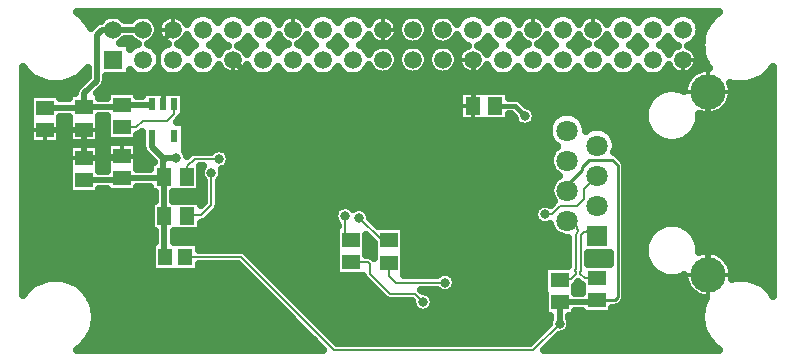
<source format=gbl>
G04 DipTrace 3.0.0.2*
G04 ethernethat.GBL*
%MOMM*%
G04 #@! TF.FileFunction,Copper,L2,Bot*
G04 #@! TF.Part,Single*
G04 #@! TA.AperFunction,Conductor*
%ADD10C,0.254*%
%ADD14C,0.508*%
%ADD15C,0.2032*%
%ADD16C,0.381*%
%ADD17C,0.1778*%
G04 #@! TA.AperFunction,CopperBalancing*
%ADD18C,0.635*%
%ADD19C,0.33*%
%ADD20R,1.5X1.3*%
%ADD21R,1.3X1.5*%
G04 #@! TA.AperFunction,ComponentPad*
%ADD22R,1.5X1.5*%
%ADD23C,1.5*%
%ADD24R,1.8X1.8*%
%ADD25C,1.8*%
%ADD26C,3.0*%
%ADD27R,1.2X1.45*%
%ADD30R,0.6X1.1*%
G04 #@! TA.AperFunction,ViaPad*
%ADD34C,0.8*%
%FSLAX35Y35*%
G04*
G71*
G90*
G75*
G01*
G04 Bottom*
%LPD*%
X294000Y1508000D2*
D14*
X600667D1*
X615333Y1522667D1*
X961333D1*
X968667Y1530000D1*
X862333Y1879333D2*
Y1787667D1*
X959000Y1691000D1*
Y1671877D1*
Y1539667D1*
X968667Y1530000D1*
Y1207667D1*
X971333Y1205000D1*
Y862000D1*
X978000Y855333D1*
X1072333Y1697333D2*
X984457D1*
X959000Y1671877D1*
X1369333Y1567667D2*
D15*
Y1295000D1*
X1283667Y1209333D1*
X1165667D1*
X1161333Y1205000D1*
X-39000Y1931000D2*
D14*
X290000D1*
X294333Y1935333D1*
Y1698333D1*
X294000Y1698000D1*
X600667D1*
X615333Y1712667D1*
X5574333Y707667D2*
Y2256667D1*
X957333Y2149333D2*
D16*
Y2404667D1*
X913667Y2448333D1*
Y2652667D1*
X1042333Y2781333D1*
X615333Y1712667D2*
X761333D1*
X3581000Y2133667D2*
Y2526000D1*
X3582333Y2527333D1*
X2386333Y637000D2*
D14*
X2145667D1*
X2592333Y145667D2*
Y431000D1*
X2386333Y637000D1*
X1825667Y1822333D2*
Y2252000D1*
X1550333Y2527333D1*
X2874667Y999000D2*
D17*
X2809667D1*
X2621000Y1187667D1*
X2501667Y1204000D2*
Y1053000D1*
X2553333Y1001333D1*
X1434667Y1685000D2*
D15*
X1227667D1*
X1166667Y1624000D1*
Y1530000D1*
X1158667D1*
X4317000Y290667D2*
D14*
Y473333D1*
X4317333Y473667D1*
X4616667D1*
X4633667Y490667D1*
X1148000Y855333D2*
D17*
X1620333D1*
X2407333Y68333D1*
X4094667D1*
X4317000Y290667D1*
X4380333Y1418697D2*
D10*
Y1465000D1*
X4505000Y1589667D1*
Y1620333D1*
X4563333Y1678667D1*
X4763667D1*
X4809000Y1633333D1*
Y515000D1*
X4782667Y488667D1*
X4635667D1*
X4633667Y490667D1*
X3771000Y2133667D2*
D16*
X3938333D1*
X4023333Y2048667D1*
X4193667Y1216333D2*
D15*
X4250000D1*
X4323667Y1290000D1*
X4462333D1*
X4523000Y1350667D1*
Y1434363D1*
X4634333Y1545697D1*
X2553333Y811333D2*
D17*
X2697000D1*
X2711333Y797000D1*
Y713333D1*
X2879333Y545333D1*
X3089000D1*
X3160000Y474333D1*
X2874667Y809000D2*
Y698667D1*
X2934333Y639000D1*
X3347333D1*
X609000Y1954000D2*
D15*
X732667D1*
X788333Y2009667D1*
X997333D1*
X1053667Y2066000D1*
Y2148000D1*
X1052333Y2149333D1*
X4380333Y1164697D2*
X4452810Y1128450D1*
X4470983Y1073923D1*
X4454293Y1040553D1*
Y756670D1*
X4450797Y753173D1*
X4453030Y711657D1*
X4414627Y668897D1*
X4317333Y663667D1*
X4634333Y1037667D2*
X4561857Y1073913D1*
X4507330Y1055743D1*
X4494933Y1030957D1*
Y739837D1*
X4492350Y737253D1*
X4493610Y713840D1*
X4536373Y675437D1*
X4633667Y680667D1*
X534333Y2781333D2*
D14*
X788333D1*
X-39000Y2121000D2*
X290000D1*
X294333Y2125333D1*
X590333D1*
X609000Y2144000D1*
X534333Y2781333D2*
X445000D1*
X398333Y2734667D1*
Y2349000D1*
X292667Y2243333D1*
Y2127000D1*
X294333Y2125333D1*
X609000Y2144000D2*
X857000D1*
X862333Y2149333D1*
D34*
X1072333Y1697333D3*
X1369333Y1567667D3*
X761333Y1712667D3*
X2386333Y637000D3*
X2145667D3*
X2592333Y145667D3*
X2386333Y637000D3*
X1825667Y1822333D3*
X2621000Y1187667D3*
X2501667Y1204000D3*
X1434667Y1685000D3*
X4317000Y290667D3*
D3*
X4023333Y2048667D3*
X4193667Y1216333D3*
X4023333Y2048667D3*
X3160000Y474333D3*
X3347333Y639000D3*
X308487Y2865083D2*
D18*
X432460D1*
X636280D2*
X686460D1*
X890280D2*
X940460D1*
X1144280D2*
X1174963D1*
X1925753D2*
X1956460D1*
X2160280D2*
X2190963D1*
X2687753D2*
X2718460D1*
X2922280D2*
X2972460D1*
X3176280D2*
X3226460D1*
X3430280D2*
X3460963D1*
X3957753D2*
X3988460D1*
X4192280D2*
X4222963D1*
X4465753D2*
X4496460D1*
X4700280D2*
X4730963D1*
X5481753D2*
X5591213D1*
X5507423Y2801917D2*
X5548673D1*
X5502463Y2738750D2*
X5523917D1*
X611103Y2675583D2*
X711513D1*
X865103D2*
X965513D1*
X1119103D2*
X1194833D1*
X1397907D2*
X1448833D1*
X1651907D2*
X1702833D1*
X1905907D2*
X1981513D1*
X2135103D2*
X2210833D1*
X2413907D2*
X2464833D1*
X2667907D2*
X2743513D1*
X2897103D2*
X2997513D1*
X3151103D2*
X3251513D1*
X3405103D2*
X3480833D1*
X3683907D2*
X3734833D1*
X3937907D2*
X4013513D1*
X4167103D2*
X4242833D1*
X4445907D2*
X4521513D1*
X4675103D2*
X4750833D1*
X4953907D2*
X5004833D1*
X5207907D2*
X5258833D1*
X5461907D2*
X5512583D1*
X1416760Y2612417D2*
X1449577D1*
X1651040D2*
X1683980D1*
X2686760D2*
X2719577D1*
X2921040D2*
X2973577D1*
X3175040D2*
X3227577D1*
X3429040D2*
X3481577D1*
X3683040D2*
X3715980D1*
X5226760D2*
X5259577D1*
X5461040D2*
X5513577D1*
X5491797Y2549250D2*
X5526970D1*
X5486837Y2486083D2*
X5554503D1*
X-221837Y2422917D2*
X-199720D1*
X891397D2*
X939310D1*
X1145397D2*
X1193310D1*
X1399397D2*
X1471530D1*
X1629087D2*
X1701343D1*
X1907397D2*
X1955310D1*
X2161397D2*
X2209310D1*
X2415397D2*
X2463310D1*
X2669397D2*
X2741530D1*
X2899087D2*
X2995530D1*
X3153087D2*
X3249530D1*
X3407087D2*
X3503530D1*
X3661087D2*
X3733343D1*
X3939397D2*
X3987310D1*
X4193397D2*
X4241310D1*
X4447397D2*
X4495310D1*
X4701397D2*
X4749310D1*
X4955397D2*
X5003310D1*
X5209397D2*
X5281530D1*
X6099263D2*
X6121947D1*
X-221837Y2359750D2*
X-119197D1*
X218570D2*
X293183D1*
X482120D2*
X5394143D1*
X6018897D2*
X6121910D1*
X-221837Y2296583D2*
X230053D1*
X461657D2*
X5369957D1*
X5778787D2*
X6121910D1*
X-221837Y2233417D2*
X-172463D1*
X94423D2*
X160973D1*
X427797D2*
X475620D1*
X742443D2*
X773833D1*
X1140807D2*
X3457640D1*
X3894377D2*
X5116207D1*
X5781393D2*
X6121910D1*
X-221837Y2170250D2*
X-172463D1*
X1140807D2*
X3457640D1*
X4008600D2*
X5062253D1*
X5763287D2*
X6121910D1*
X-221837Y2107083D2*
X-172463D1*
X1140807D2*
X3457640D1*
X4100873D2*
X5037077D1*
X5716527D2*
X6121910D1*
X-221837Y2043917D2*
X-172463D1*
X427797D2*
X475620D1*
X1140807D2*
X3457640D1*
X3894377D2*
X3921210D1*
X4121587D2*
X4269127D1*
X4491550D2*
X5031127D1*
X5507550D2*
X6121910D1*
X-221837Y1980750D2*
X-172463D1*
X94423D2*
X160973D1*
X427797D2*
X475620D1*
X1155940D2*
X3954850D1*
X4091820D2*
X4226337D1*
X4534337D2*
X5042660D1*
X5496013D2*
X6121910D1*
X-221837Y1917583D2*
X-172463D1*
X94423D2*
X160973D1*
X427797D2*
X475620D1*
X1155940D2*
X4216910D1*
X4744803D2*
X5075030D1*
X5463643D2*
X6121910D1*
X-221837Y1854417D2*
X-172463D1*
X94423D2*
X160973D1*
X427797D2*
X475620D1*
X742443D2*
X773833D1*
X1155940D2*
X4234273D1*
X4788090D2*
X5143987D1*
X5394687D2*
X6121910D1*
X-221837Y1791250D2*
X160600D1*
X427423D2*
X481947D1*
X748770D2*
X773873D1*
X1155940D2*
X4291200D1*
X4797763D2*
X6121910D1*
X-221837Y1728083D2*
X160600D1*
X427423D2*
X481947D1*
X748770D2*
X806020D1*
X1522427D2*
X4240350D1*
X4811777D2*
X6121910D1*
X-221837Y1664917D2*
X160600D1*
X427423D2*
X481947D1*
X748770D2*
X869270D1*
X1530860D2*
X4229560D1*
X4871803D2*
X6121910D1*
X-221837Y1601750D2*
X160600D1*
X427423D2*
X481947D1*
X748770D2*
X845210D1*
X1480383D2*
X4247917D1*
X4880113D2*
X6121910D1*
X-221837Y1538583D2*
X160600D1*
X1463020D2*
X4297773D1*
X4880113D2*
X6121910D1*
X-221837Y1475417D2*
X160600D1*
X1437843D2*
X4243700D1*
X4880113D2*
X6121910D1*
X-221837Y1412250D2*
X160600D1*
X427423D2*
X481947D1*
X748770D2*
X845210D1*
X1437843D2*
X4232043D1*
X4880113D2*
X6121910D1*
X-221837Y1349083D2*
X884897D1*
X1052503D2*
X1300747D1*
X1437843D2*
X4250150D1*
X4880113D2*
X6121910D1*
X-221837Y1285917D2*
X847940D1*
X1437223D2*
X2453297D1*
X2550087D2*
X4126993D1*
X4880113D2*
X6121910D1*
X-221837Y1222750D2*
X847940D1*
X1391333D2*
X2405177D1*
X2712433D2*
X4095493D1*
X4880113D2*
X6121910D1*
X-221837Y1159583D2*
X847940D1*
X1327340D2*
X2414727D1*
X2741577D2*
X4114840D1*
X4880113D2*
X6121910D1*
X-221837Y1096417D2*
X847940D1*
X1284800D2*
X2419937D1*
X3008103D2*
X4246553D1*
X4880113D2*
X5123893D1*
X5414780D2*
X6121910D1*
X-221837Y1033250D2*
X887503D1*
X1055107D2*
X2419937D1*
X3008103D2*
X4313650D1*
X4880113D2*
X5065977D1*
X5472697D2*
X6121910D1*
X-221837Y970083D2*
X859597D1*
X1266443D2*
X2419937D1*
X2686760D2*
X2741280D1*
X3008103D2*
X4383227D1*
X4880113D2*
X5038690D1*
X5499983D2*
X6121910D1*
X-221837Y906917D2*
X859597D1*
X1659100D2*
X2419937D1*
X2686760D2*
X2741280D1*
X3008103D2*
X4383227D1*
X4880113D2*
X5030877D1*
X5507797D2*
X5534273D1*
X5614333D2*
X6121910D1*
X-221837Y843750D2*
X859597D1*
X1724463D2*
X2419937D1*
X3008103D2*
X4383227D1*
X4565963D2*
X4737933D1*
X4880113D2*
X5040800D1*
X5730047D2*
X6121910D1*
X-221837Y780583D2*
X859597D1*
X1266443D2*
X1602620D1*
X1787590D2*
X2419937D1*
X3008103D2*
X4181317D1*
X4880113D2*
X5070813D1*
X5769113D2*
X6121910D1*
X-221837Y717417D2*
X1665750D1*
X1850717D2*
X2419937D1*
X3008103D2*
X3292690D1*
X3401880D2*
X4181317D1*
X4880113D2*
X5134437D1*
X5782510D2*
X6121910D1*
X-221837Y654250D2*
X-87447D1*
X186820D2*
X1728877D1*
X1913970D2*
X2677903D1*
X3444543D2*
X4181317D1*
X4880113D2*
X5373057D1*
X5986030D2*
X6121910D1*
X-221837Y591083D2*
X-184110D1*
X283310D2*
X1792130D1*
X1977097D2*
X2741033D1*
X3432263D2*
X4181317D1*
X4453350D2*
X4497700D1*
X4880113D2*
X5402947D1*
X6083017D2*
X6121910D1*
X335770Y527917D2*
X1855257D1*
X2040227D2*
X2804283D1*
X3241270D2*
X4183920D1*
X4880113D2*
X5475627D1*
X367273Y464750D2*
X1918383D1*
X2103477D2*
X3062130D1*
X3257887D2*
X4183920D1*
X4856673D2*
X5532180D1*
X383893Y401583D2*
X1981513D1*
X2166607D2*
X3097227D1*
X3222790D2*
X4183920D1*
X4767130D2*
X5515437D1*
X387987Y338417D2*
X2044763D1*
X2229733D2*
X4231917D1*
X4402127D2*
X5511343D1*
X379800Y275250D2*
X2107893D1*
X2292987D2*
X4209097D1*
X4414157D2*
X5519407D1*
X358593Y212083D2*
X2171020D1*
X2356113D2*
X4145847D1*
X4371370D2*
X5540613D1*
X321013Y148917D2*
X2234273D1*
X2419240D2*
X4082717D1*
X4267810D2*
X5578070D1*
X258503Y85750D2*
X2297400D1*
X4204560D2*
X5640453D1*
X594823Y2669623D2*
X676623D1*
Y2615427D1*
X687720Y2627947D1*
X704697Y2642450D1*
X723737Y2654113D1*
X743667Y2662403D1*
X721940Y2672990D1*
X705807Y2684710D1*
X691710Y2698807D1*
X687680Y2703920D1*
X635163Y2703863D1*
X624187Y2691480D1*
X609023Y2678530D1*
X594707Y2669617D1*
X676623Y2439313D2*
Y2385043D1*
X475830D1*
X475563Y2342923D1*
X472013Y2325060D1*
X464387Y2308523D1*
X453113Y2294220D1*
X452503Y2293657D1*
X401283Y2242390D1*
X421403Y2242403D1*
Y2202840D1*
X481980Y2202803D1*
X481930Y2261070D1*
X736070D1*
Y2221507D1*
X780277Y2221470D1*
X780263Y2256403D1*
X1134403D1*
Y2042263D1*
X1111160Y2042187D1*
X1104013Y2029423D1*
X1097670Y2021997D1*
X1077237Y2001563D1*
X1149623Y2001623D1*
Y1757043D1*
X1142307D1*
X1150837Y1745440D1*
X1157393Y1732567D1*
X1161860Y1718827D1*
X1163607Y1708903D1*
X1191090Y1735347D1*
X1203853Y1742493D1*
X1217933Y1746463D1*
X1227667Y1747230D1*
X1366697D1*
X1380550Y1759487D1*
X1392867Y1767033D1*
X1406217Y1772563D1*
X1420263Y1775937D1*
X1434667Y1777070D1*
X1449070Y1775937D1*
X1463117Y1772563D1*
X1476467Y1767033D1*
X1488783Y1759487D1*
X1499770Y1750103D1*
X1509153Y1739117D1*
X1516700Y1726800D1*
X1522230Y1713450D1*
X1525603Y1699403D1*
X1526737Y1685000D1*
X1525603Y1670597D1*
X1522230Y1656550D1*
X1516700Y1643200D1*
X1509153Y1630883D1*
X1499770Y1619897D1*
X1488783Y1610513D1*
X1476467Y1602967D1*
X1463117Y1597437D1*
X1457003Y1595710D1*
X1460270Y1582070D1*
X1461403Y1567667D1*
X1460270Y1553263D1*
X1456897Y1539217D1*
X1451367Y1525867D1*
X1443820Y1513550D1*
X1431513Y1499860D1*
X1431370Y1290117D1*
X1428517Y1275770D1*
X1422393Y1262483D1*
X1412707Y1250413D1*
X1324083Y1162013D1*
X1311920Y1153887D1*
X1298193Y1148823D1*
X1282810Y1147137D1*
X1278333Y1147103D1*
X1278403Y1077930D1*
X1048840D1*
X1048803Y979897D1*
X1260070Y979903D1*
Y916280D1*
X1629870Y915543D1*
X1643663Y911653D1*
X1656163Y904650D1*
X1663440Y898440D1*
X2432637Y129240D1*
X4069370Y129293D1*
X4225117Y284993D1*
X4226063Y305070D1*
X4229437Y319117D1*
X4234967Y332467D1*
X4239550Y340347D1*
X4239530Y356523D1*
X4190263Y356597D1*
Y543997D1*
X4187723Y544057D1*
Y783277D1*
X4389510D1*
X4389523Y1020360D1*
X4368987Y1020533D1*
X4346573Y1024083D1*
X4324993Y1031093D1*
X4304773Y1041397D1*
X4286417Y1054733D1*
X4270370Y1070780D1*
X4257033Y1089137D1*
X4246730Y1109357D1*
X4239720Y1130937D1*
X4238707Y1136027D1*
X4222117Y1128770D1*
X4208070Y1125397D1*
X4193667Y1124263D1*
X4179263Y1125397D1*
X4165217Y1128770D1*
X4151867Y1134300D1*
X4139550Y1141847D1*
X4128563Y1151230D1*
X4119180Y1162217D1*
X4111633Y1174533D1*
X4106103Y1187883D1*
X4102730Y1201930D1*
X4101597Y1216333D1*
X4102730Y1230737D1*
X4106103Y1244783D1*
X4111633Y1258133D1*
X4119180Y1270450D1*
X4128563Y1281437D1*
X4139550Y1290820D1*
X4151867Y1298367D1*
X4165217Y1303897D1*
X4179263Y1307270D1*
X4193667Y1308403D1*
X4208070Y1307270D1*
X4222117Y1303897D1*
X4235467Y1298367D1*
X4240960Y1295290D1*
X4272210Y1326550D1*
X4259200Y1344467D1*
X4249077Y1364330D1*
X4242190Y1385530D1*
X4238700Y1407550D1*
Y1429843D1*
X4242190Y1451863D1*
X4249077Y1473063D1*
X4259200Y1492927D1*
X4272303Y1510963D1*
X4288067Y1526727D1*
X4306103Y1539830D1*
X4313973Y1544240D1*
X4295333Y1555703D1*
X4278080Y1570443D1*
X4263340Y1587697D1*
X4251483Y1607047D1*
X4242800Y1628010D1*
X4237503Y1650073D1*
X4235723Y1672697D1*
X4237503Y1695320D1*
X4242800Y1717383D1*
X4251483Y1738347D1*
X4263340Y1757697D1*
X4278080Y1774950D1*
X4295333Y1789690D1*
X4298910Y1792080D1*
X4278180Y1807063D1*
X4260730Y1824513D1*
X4246220Y1844483D1*
X4235017Y1866473D1*
X4227390Y1889947D1*
X4223527Y1914327D1*
Y1939007D1*
X4227390Y1963387D1*
X4235017Y1986860D1*
X4246220Y2008850D1*
X4260730Y2028820D1*
X4278180Y2046270D1*
X4298150Y2060780D1*
X4320140Y2071983D1*
X4343613Y2079610D1*
X4367993Y2083473D1*
X4392673D1*
X4417053Y2079610D1*
X4440527Y2071983D1*
X4462517Y2060780D1*
X4482487Y2046270D1*
X4499937Y2028820D1*
X4514447Y2008850D1*
X4525650Y1986860D1*
X4533277Y1963387D1*
X4537140Y1939007D1*
X4537503Y1923630D1*
X4552150Y1933810D1*
X4574140Y1945013D1*
X4597613Y1952640D1*
X4621993Y1956503D1*
X4646673D1*
X4671053Y1952640D1*
X4694527Y1945013D1*
X4716517Y1933810D1*
X4736487Y1919300D1*
X4753937Y1901850D1*
X4768447Y1881880D1*
X4779650Y1859890D1*
X4787277Y1836417D1*
X4791140Y1812037D1*
Y1787357D1*
X4787277Y1762977D1*
X4780300Y1741270D1*
X4793073Y1736377D1*
X4805730Y1727917D1*
X4858250Y1675397D1*
X4866710Y1662740D1*
X4871980Y1648453D1*
X4873737Y1632480D1*
X4873570Y509917D1*
X4870600Y494983D1*
X4864227Y481157D1*
X4854173Y468620D1*
X4820737Y436267D1*
X4807453Y428827D1*
X4792800Y424693D1*
X4782667Y423897D1*
X4760713D1*
X4760737Y373597D1*
X4506597D1*
Y396293D1*
X4444397Y396197D1*
X4444403Y356597D1*
X4394423D1*
X4394470Y340503D1*
X4402060Y325900D1*
X4406527Y312160D1*
X4408787Y297890D1*
Y283443D1*
X4406527Y269173D1*
X4402060Y255433D1*
X4395503Y242560D1*
X4387010Y230873D1*
X4376793Y220657D1*
X4365107Y212163D1*
X4352233Y205607D1*
X4338493Y201140D1*
X4324223Y198880D1*
X4311327Y198820D1*
X4184270Y71727D1*
X5666397Y71750D1*
X5633997Y96150D1*
X5614847Y113847D1*
X5597150Y132997D1*
X5581007Y153473D1*
X5566520Y175153D1*
X5553777Y197903D1*
X5542863Y221583D1*
X5533837Y246047D1*
X5526760Y271143D1*
X5521673Y296717D1*
X5518607Y322613D1*
X5517583Y348667D1*
X5518607Y374720D1*
X5521673Y400617D1*
X5526760Y426190D1*
X5533837Y451287D1*
X5542863Y475750D1*
X5557610Y506273D1*
X5530153Y510487D1*
X5505783Y517580D1*
X5482493Y527673D1*
X5460650Y540607D1*
X5440603Y556177D1*
X5422667Y574140D1*
X5407123Y594207D1*
X5394220Y616063D1*
X5384157Y639367D1*
X5377093Y663750D1*
X5373143Y688823D1*
X5372340Y702710D1*
X5341050Y689943D1*
X5305640Y681440D1*
X5269333Y678583D1*
X5233027Y681440D1*
X5197617Y689943D1*
X5163970Y703880D1*
X5132917Y722907D1*
X5105227Y746560D1*
X5081573Y774250D1*
X5062547Y805303D1*
X5048610Y838950D1*
X5040107Y874360D1*
X5037250Y910667D1*
X5040107Y946973D1*
X5048610Y982383D1*
X5062547Y1016030D1*
X5081573Y1047083D1*
X5105227Y1074773D1*
X5132917Y1098427D1*
X5163970Y1117453D1*
X5197617Y1131390D1*
X5233027Y1139893D1*
X5269333Y1142750D1*
X5305640Y1139893D1*
X5341050Y1131390D1*
X5374697Y1117453D1*
X5405750Y1098427D1*
X5433440Y1074773D1*
X5457093Y1047083D1*
X5476120Y1016030D1*
X5490057Y982383D1*
X5498560Y946973D1*
X5501417Y910667D1*
X5500837Y895943D1*
X5524327Y903450D1*
X5549267Y908177D1*
X5574600Y909737D1*
X5599933Y908110D1*
X5624860Y903317D1*
X5648990Y895440D1*
X5671940Y884600D1*
X5693353Y870967D1*
X5712887Y854757D1*
X5730233Y836227D1*
X5745120Y815667D1*
X5757313Y793403D1*
X5766617Y769787D1*
X5772890Y745190D1*
X5776027Y720003D1*
X5776003Y694977D1*
X5773177Y671820D1*
X5797717Y676660D1*
X5823613Y679727D1*
X5849667Y680750D1*
X5875720Y679727D1*
X5901617Y676660D1*
X5927190Y671573D1*
X5952287Y664497D1*
X5976750Y655470D1*
X6000430Y644557D1*
X6023180Y631813D1*
X6044860Y617327D1*
X6065337Y601183D1*
X6084487Y583487D1*
X6102183Y564337D1*
X6118327Y543860D1*
X6128230Y529040D1*
X6128250Y2468193D1*
X6102517Y2433663D1*
X6084820Y2414513D1*
X6065670Y2396817D1*
X6045193Y2380673D1*
X6023513Y2366187D1*
X6000763Y2353443D1*
X5977083Y2342530D1*
X5952620Y2333503D1*
X5927523Y2326427D1*
X5901950Y2321340D1*
X5876053Y2318273D1*
X5850000Y2317250D1*
X5823947Y2318273D1*
X5798050Y2321340D1*
X5762967Y2329107D1*
X5770140Y2306587D1*
X5774853Y2281647D1*
X5776403Y2256667D1*
X5774810Y2231333D1*
X5770050Y2206400D1*
X5762207Y2182260D1*
X5751393Y2159293D1*
X5737790Y2137863D1*
X5721607Y2118310D1*
X5703100Y2100937D1*
X5682560Y2086023D1*
X5660313Y2073800D1*
X5636710Y2064463D1*
X5612120Y2058160D1*
X5586937Y2054990D1*
X5561553Y2055000D1*
X5536370Y2058193D1*
X5511790Y2064520D1*
X5500933Y2068413D1*
X5500700Y2035457D1*
X5495003Y1999487D1*
X5483750Y1964853D1*
X5467217Y1932403D1*
X5445810Y1902940D1*
X5420060Y1877190D1*
X5390597Y1855783D1*
X5358147Y1839250D1*
X5323513Y1827997D1*
X5287543Y1822300D1*
X5251123D1*
X5215153Y1827997D1*
X5180520Y1839250D1*
X5148070Y1855783D1*
X5118607Y1877190D1*
X5092857Y1902940D1*
X5071450Y1932403D1*
X5054917Y1964853D1*
X5043663Y1999487D1*
X5037967Y2035457D1*
Y2071877D1*
X5043663Y2107847D1*
X5054917Y2142480D1*
X5071450Y2174930D1*
X5092857Y2204393D1*
X5118607Y2230143D1*
X5148070Y2251550D1*
X5180520Y2268083D1*
X5215153Y2279337D1*
X5251123Y2285033D1*
X5287543D1*
X5323513Y2279337D1*
X5358147Y2268083D1*
X5372307Y2261557D1*
X5374780Y2288463D1*
X5380340Y2313230D1*
X5388963Y2337103D1*
X5400510Y2359707D1*
X5414800Y2380687D1*
X5431607Y2399710D1*
X5450667Y2416473D1*
X5471677Y2430717D1*
X5494307Y2442213D1*
X5518200Y2450783D1*
X5542977Y2456290D1*
X5568253Y2458647D1*
X5578097Y2458677D1*
X5566853Y2475820D1*
X5554110Y2498570D1*
X5543197Y2522250D1*
X5534170Y2546713D1*
X5527093Y2571810D1*
X5522007Y2597383D1*
X5518940Y2623280D1*
X5517917Y2649333D1*
X5518940Y2675387D1*
X5522007Y2701283D1*
X5527093Y2726857D1*
X5534170Y2751953D1*
X5543197Y2776417D1*
X5554110Y2800097D1*
X5566853Y2822847D1*
X5581340Y2844527D1*
X5597483Y2865003D1*
X5615180Y2884153D1*
X5634330Y2901850D1*
X5654807Y2917993D1*
X5670137Y2928237D1*
X229883Y2928250D1*
X265337Y2901850D1*
X284487Y2884153D1*
X302183Y2865003D1*
X318327Y2844527D1*
X332813Y2822847D1*
X348327Y2794083D1*
X394687Y2840243D1*
X409830Y2850360D1*
X426913Y2856663D1*
X432903Y2857853D1*
X444480Y2871187D1*
X459643Y2884137D1*
X476643Y2894553D1*
X495067Y2902183D1*
X514457Y2906840D1*
X534333Y2908403D1*
X554210Y2906840D1*
X573600Y2902183D1*
X592023Y2894553D1*
X609023Y2884137D1*
X624187Y2871187D1*
X634987Y2858747D1*
X687503Y2858803D1*
X698480Y2871187D1*
X713643Y2884137D1*
X730643Y2894553D1*
X749067Y2902183D1*
X768457Y2906840D1*
X788333Y2908403D1*
X808210Y2906840D1*
X827600Y2902183D1*
X846023Y2894553D1*
X863023Y2884137D1*
X878187Y2871187D1*
X891137Y2856023D1*
X901553Y2839023D1*
X909183Y2820600D1*
X913840Y2801210D1*
X915293Y2784100D1*
X916817Y2801150D1*
X921187Y2819673D1*
X928270Y2837337D1*
X937917Y2853747D1*
X949900Y2868530D1*
X963960Y2881357D1*
X979780Y2891940D1*
X997000Y2900043D1*
X1015240Y2905480D1*
X1034087Y2908137D1*
X1053117Y2907943D1*
X1071907Y2904913D1*
X1090033Y2899110D1*
X1107087Y2890667D1*
X1122690Y2879767D1*
X1136493Y2866663D1*
X1148180Y2851640D1*
X1157493Y2835043D1*
X1161253Y2826000D1*
X1169553Y2845930D1*
X1181217Y2864970D1*
X1195720Y2881947D1*
X1212697Y2896450D1*
X1231737Y2908113D1*
X1252363Y2916660D1*
X1274073Y2921870D1*
X1296333Y2923623D1*
X1318593Y2921870D1*
X1340303Y2916660D1*
X1360930Y2908113D1*
X1379970Y2896450D1*
X1396947Y2881947D1*
X1411450Y2864970D1*
X1423317Y2845497D1*
X1435217Y2864970D1*
X1449720Y2881947D1*
X1466697Y2896450D1*
X1485737Y2908113D1*
X1506363Y2916660D1*
X1528073Y2921870D1*
X1550333Y2923623D1*
X1572593Y2921870D1*
X1594303Y2916660D1*
X1614930Y2908113D1*
X1633970Y2896450D1*
X1650947Y2881947D1*
X1665450Y2864970D1*
X1677317Y2845497D1*
X1689217Y2864970D1*
X1703720Y2881947D1*
X1720697Y2896450D1*
X1739737Y2908113D1*
X1760363Y2916660D1*
X1782073Y2921870D1*
X1804333Y2923623D1*
X1826593Y2921870D1*
X1848303Y2916660D1*
X1868930Y2908113D1*
X1887970Y2896450D1*
X1904947Y2881947D1*
X1919450Y2864970D1*
X1931113Y2845930D1*
X1939403Y2826000D1*
X1947210Y2842967D1*
X1957663Y2858870D1*
X1970373Y2873037D1*
X1985057Y2885147D1*
X2001383Y2894927D1*
X2018987Y2902160D1*
X2037473Y2906680D1*
X2056430Y2908390D1*
X2075427Y2907247D1*
X2094043Y2903283D1*
X2111857Y2896580D1*
X2128470Y2887293D1*
X2143507Y2875630D1*
X2156637Y2861853D1*
X2167560Y2846267D1*
X2177253Y2826000D1*
X2185553Y2845930D1*
X2197217Y2864970D1*
X2211720Y2881947D1*
X2228697Y2896450D1*
X2247737Y2908113D1*
X2268363Y2916660D1*
X2290073Y2921870D1*
X2312333Y2923623D1*
X2334593Y2921870D1*
X2356303Y2916660D1*
X2376930Y2908113D1*
X2395970Y2896450D1*
X2412947Y2881947D1*
X2427450Y2864970D1*
X2439317Y2845497D1*
X2451217Y2864970D1*
X2465720Y2881947D1*
X2482697Y2896450D1*
X2501737Y2908113D1*
X2522363Y2916660D1*
X2544073Y2921870D1*
X2566333Y2923623D1*
X2588593Y2921870D1*
X2610303Y2916660D1*
X2630930Y2908113D1*
X2649970Y2896450D1*
X2666947Y2881947D1*
X2681450Y2864970D1*
X2693113Y2845930D1*
X2701403Y2826000D1*
X2709210Y2842967D1*
X2719663Y2858870D1*
X2732373Y2873037D1*
X2747057Y2885147D1*
X2763383Y2894927D1*
X2780987Y2902160D1*
X2799473Y2906680D1*
X2818430Y2908390D1*
X2837427Y2907247D1*
X2856043Y2903283D1*
X2873857Y2896580D1*
X2890470Y2887293D1*
X2905507Y2875630D1*
X2918637Y2861853D1*
X2929560Y2846267D1*
X2938033Y2829223D1*
X2943867Y2811107D1*
X2946927Y2792323D1*
X2947330Y2785387D1*
X2948827Y2801210D1*
X2953483Y2820600D1*
X2961113Y2839023D1*
X2971530Y2856023D1*
X2984480Y2871187D1*
X2999643Y2884137D1*
X3016643Y2894553D1*
X3035067Y2902183D1*
X3054457Y2906840D1*
X3074333Y2908403D1*
X3094210Y2906840D1*
X3113600Y2902183D1*
X3132023Y2894553D1*
X3149023Y2884137D1*
X3164187Y2871187D1*
X3177137Y2856023D1*
X3187553Y2839023D1*
X3195183Y2820600D1*
X3199840Y2801210D1*
X3201293Y2784100D1*
X3202827Y2801210D1*
X3207483Y2820600D1*
X3215113Y2839023D1*
X3225530Y2856023D1*
X3238480Y2871187D1*
X3253643Y2884137D1*
X3270643Y2894553D1*
X3289067Y2902183D1*
X3308457Y2906840D1*
X3328333Y2908403D1*
X3348210Y2906840D1*
X3367600Y2902183D1*
X3386023Y2894553D1*
X3403023Y2884137D1*
X3418187Y2871187D1*
X3431137Y2856023D1*
X3441553Y2839023D1*
X3447227Y2825903D1*
X3455553Y2845930D1*
X3467217Y2864970D1*
X3481720Y2881947D1*
X3498697Y2896450D1*
X3517737Y2908113D1*
X3538363Y2916660D1*
X3560073Y2921870D1*
X3582333Y2923623D1*
X3604593Y2921870D1*
X3626303Y2916660D1*
X3646930Y2908113D1*
X3665970Y2896450D1*
X3682947Y2881947D1*
X3697450Y2864970D1*
X3709317Y2845497D1*
X3721217Y2864970D1*
X3735720Y2881947D1*
X3752697Y2896450D1*
X3771737Y2908113D1*
X3792363Y2916660D1*
X3814073Y2921870D1*
X3836333Y2923623D1*
X3858593Y2921870D1*
X3880303Y2916660D1*
X3900930Y2908113D1*
X3919970Y2896450D1*
X3936947Y2881947D1*
X3951450Y2864970D1*
X3963113Y2845930D1*
X3971403Y2826000D1*
X3979210Y2842967D1*
X3989663Y2858870D1*
X4002373Y2873037D1*
X4017057Y2885147D1*
X4033383Y2894927D1*
X4050987Y2902160D1*
X4069473Y2906680D1*
X4088430Y2908390D1*
X4107427Y2907247D1*
X4126043Y2903283D1*
X4143857Y2896580D1*
X4160470Y2887293D1*
X4175507Y2875630D1*
X4188637Y2861853D1*
X4199560Y2846267D1*
X4209253Y2826000D1*
X4217553Y2845930D1*
X4229217Y2864970D1*
X4243720Y2881947D1*
X4260697Y2896450D1*
X4279737Y2908113D1*
X4300363Y2916660D1*
X4322073Y2921870D1*
X4344333Y2923623D1*
X4366593Y2921870D1*
X4388303Y2916660D1*
X4408930Y2908113D1*
X4427970Y2896450D1*
X4444947Y2881947D1*
X4459450Y2864970D1*
X4471113Y2845930D1*
X4479403Y2826000D1*
X4487210Y2842967D1*
X4497663Y2858870D1*
X4510373Y2873037D1*
X4525057Y2885147D1*
X4541383Y2894927D1*
X4558987Y2902160D1*
X4577473Y2906680D1*
X4596430Y2908390D1*
X4615427Y2907247D1*
X4634043Y2903283D1*
X4651857Y2896580D1*
X4668470Y2887293D1*
X4683507Y2875630D1*
X4696637Y2861853D1*
X4707560Y2846267D1*
X4717253Y2826000D1*
X4725553Y2845930D1*
X4737217Y2864970D1*
X4751720Y2881947D1*
X4768697Y2896450D1*
X4787737Y2908113D1*
X4808363Y2916660D1*
X4830073Y2921870D1*
X4852333Y2923623D1*
X4874593Y2921870D1*
X4896303Y2916660D1*
X4916930Y2908113D1*
X4935970Y2896450D1*
X4952947Y2881947D1*
X4967450Y2864970D1*
X4979317Y2845497D1*
X4991217Y2864970D1*
X5005720Y2881947D1*
X5022697Y2896450D1*
X5041737Y2908113D1*
X5062363Y2916660D1*
X5084073Y2921870D1*
X5106333Y2923623D1*
X5128593Y2921870D1*
X5150303Y2916660D1*
X5170930Y2908113D1*
X5189970Y2896450D1*
X5206947Y2881947D1*
X5221450Y2864970D1*
X5233317Y2845497D1*
X5245217Y2864970D1*
X5259720Y2881947D1*
X5276697Y2896450D1*
X5295737Y2908113D1*
X5316363Y2916660D1*
X5338073Y2921870D1*
X5360333Y2923623D1*
X5382593Y2921870D1*
X5404303Y2916660D1*
X5424930Y2908113D1*
X5443970Y2896450D1*
X5460947Y2881947D1*
X5475450Y2864970D1*
X5487113Y2845930D1*
X5495660Y2825303D1*
X5500870Y2803593D1*
X5502623Y2781333D1*
X5500870Y2759073D1*
X5495660Y2737363D1*
X5487113Y2716737D1*
X5475450Y2697697D1*
X5460947Y2680720D1*
X5443970Y2666217D1*
X5424930Y2654553D1*
X5405000Y2646263D1*
X5425087Y2636667D1*
X5440690Y2625767D1*
X5454493Y2612663D1*
X5466180Y2597640D1*
X5475493Y2581043D1*
X5482223Y2563243D1*
X5486220Y2544633D1*
X5487403Y2527333D1*
X5485977Y2508353D1*
X5481733Y2489800D1*
X5474767Y2472090D1*
X5465233Y2455620D1*
X5453343Y2440757D1*
X5439370Y2427837D1*
X5423623Y2417147D1*
X5406457Y2408930D1*
X5388253Y2403370D1*
X5369427Y2400590D1*
X5350393Y2400653D1*
X5331587Y2403557D1*
X5313420Y2409240D1*
X5296310Y2417570D1*
X5280633Y2428363D1*
X5266747Y2441380D1*
X5254957Y2456320D1*
X5245533Y2472857D1*
X5241430Y2482613D1*
X5233113Y2462737D1*
X5221450Y2443697D1*
X5206947Y2426720D1*
X5189970Y2412217D1*
X5170930Y2400553D1*
X5150303Y2392007D1*
X5128593Y2386797D1*
X5106333Y2385043D1*
X5084073Y2386797D1*
X5062363Y2392007D1*
X5041737Y2400553D1*
X5022697Y2412217D1*
X5005720Y2426720D1*
X4991217Y2443697D1*
X4979350Y2463170D1*
X4967450Y2443697D1*
X4952947Y2426720D1*
X4935970Y2412217D1*
X4916930Y2400553D1*
X4896303Y2392007D1*
X4874593Y2386797D1*
X4852333Y2385043D1*
X4830073Y2386797D1*
X4808363Y2392007D1*
X4787737Y2400553D1*
X4768697Y2412217D1*
X4751720Y2426720D1*
X4737217Y2443697D1*
X4725350Y2463170D1*
X4713450Y2443697D1*
X4698947Y2426720D1*
X4681970Y2412217D1*
X4662930Y2400553D1*
X4642303Y2392007D1*
X4620593Y2386797D1*
X4598333Y2385043D1*
X4576073Y2386797D1*
X4554363Y2392007D1*
X4533737Y2400553D1*
X4514697Y2412217D1*
X4497720Y2426720D1*
X4483217Y2443697D1*
X4471350Y2463170D1*
X4459450Y2443697D1*
X4444947Y2426720D1*
X4427970Y2412217D1*
X4408930Y2400553D1*
X4388303Y2392007D1*
X4366593Y2386797D1*
X4344333Y2385043D1*
X4322073Y2386797D1*
X4300363Y2392007D1*
X4279737Y2400553D1*
X4260697Y2412217D1*
X4243720Y2426720D1*
X4229217Y2443697D1*
X4217350Y2463170D1*
X4205450Y2443697D1*
X4190947Y2426720D1*
X4173970Y2412217D1*
X4154930Y2400553D1*
X4134303Y2392007D1*
X4112593Y2386797D1*
X4090333Y2385043D1*
X4068073Y2386797D1*
X4046363Y2392007D1*
X4025737Y2400553D1*
X4006697Y2412217D1*
X3989720Y2426720D1*
X3975217Y2443697D1*
X3963350Y2463170D1*
X3951450Y2443697D1*
X3936947Y2426720D1*
X3919970Y2412217D1*
X3900930Y2400553D1*
X3880303Y2392007D1*
X3858593Y2386797D1*
X3836333Y2385043D1*
X3814073Y2386797D1*
X3792363Y2392007D1*
X3771737Y2400553D1*
X3752697Y2412217D1*
X3735720Y2426720D1*
X3721217Y2443697D1*
X3709553Y2462737D1*
X3701263Y2482667D1*
X3693863Y2466443D1*
X3683520Y2450470D1*
X3670903Y2436217D1*
X3656303Y2424010D1*
X3640040Y2414123D1*
X3622483Y2406773D1*
X3604027Y2402130D1*
X3585083Y2400293D1*
X3566080Y2401307D1*
X3547440Y2405150D1*
X3529580Y2411730D1*
X3512907Y2420907D1*
X3497790Y2432470D1*
X3484570Y2446160D1*
X3473543Y2461673D1*
X3464957Y2478657D1*
X3459003Y2496733D1*
X3455817Y2515497D1*
X3455350Y2523643D1*
X3453840Y2507457D1*
X3449183Y2488067D1*
X3441553Y2469643D1*
X3431137Y2452643D1*
X3418187Y2437480D1*
X3403023Y2424530D1*
X3386023Y2414113D1*
X3367600Y2406483D1*
X3348210Y2401827D1*
X3328333Y2400263D1*
X3308457Y2401827D1*
X3289067Y2406483D1*
X3270643Y2414113D1*
X3253643Y2424530D1*
X3238480Y2437480D1*
X3225530Y2452643D1*
X3215113Y2469643D1*
X3207483Y2488067D1*
X3202827Y2507457D1*
X3201373Y2524567D1*
X3199840Y2507457D1*
X3195183Y2488067D1*
X3187553Y2469643D1*
X3177137Y2452643D1*
X3164187Y2437480D1*
X3149023Y2424530D1*
X3132023Y2414113D1*
X3113600Y2406483D1*
X3094210Y2401827D1*
X3074333Y2400263D1*
X3054457Y2401827D1*
X3035067Y2406483D1*
X3016643Y2414113D1*
X2999643Y2424530D1*
X2984480Y2437480D1*
X2971530Y2452643D1*
X2961113Y2469643D1*
X2953483Y2488067D1*
X2948827Y2507457D1*
X2947373Y2524567D1*
X2945840Y2507457D1*
X2941183Y2488067D1*
X2933553Y2469643D1*
X2923137Y2452643D1*
X2910187Y2437480D1*
X2895023Y2424530D1*
X2878023Y2414113D1*
X2859600Y2406483D1*
X2840210Y2401827D1*
X2820333Y2400263D1*
X2800457Y2401827D1*
X2781067Y2406483D1*
X2762643Y2414113D1*
X2745643Y2424530D1*
X2730480Y2437480D1*
X2717530Y2452643D1*
X2707113Y2469643D1*
X2701440Y2482763D1*
X2693113Y2462737D1*
X2681450Y2443697D1*
X2666947Y2426720D1*
X2649970Y2412217D1*
X2630930Y2400553D1*
X2610303Y2392007D1*
X2588593Y2386797D1*
X2566333Y2385043D1*
X2544073Y2386797D1*
X2522363Y2392007D1*
X2501737Y2400553D1*
X2482697Y2412217D1*
X2465720Y2426720D1*
X2451217Y2443697D1*
X2439350Y2463170D1*
X2427450Y2443697D1*
X2412947Y2426720D1*
X2395970Y2412217D1*
X2376930Y2400553D1*
X2356303Y2392007D1*
X2334593Y2386797D1*
X2312333Y2385043D1*
X2290073Y2386797D1*
X2268363Y2392007D1*
X2247737Y2400553D1*
X2228697Y2412217D1*
X2211720Y2426720D1*
X2197217Y2443697D1*
X2185350Y2463170D1*
X2173450Y2443697D1*
X2158947Y2426720D1*
X2141970Y2412217D1*
X2122930Y2400553D1*
X2102303Y2392007D1*
X2080593Y2386797D1*
X2058333Y2385043D1*
X2036073Y2386797D1*
X2014363Y2392007D1*
X1993737Y2400553D1*
X1974697Y2412217D1*
X1957720Y2426720D1*
X1943217Y2443697D1*
X1931350Y2463170D1*
X1919450Y2443697D1*
X1904947Y2426720D1*
X1887970Y2412217D1*
X1868930Y2400553D1*
X1848303Y2392007D1*
X1826593Y2386797D1*
X1804333Y2385043D1*
X1782073Y2386797D1*
X1760363Y2392007D1*
X1739737Y2400553D1*
X1720697Y2412217D1*
X1703720Y2426720D1*
X1689217Y2443697D1*
X1677553Y2462737D1*
X1669263Y2482667D1*
X1661863Y2466443D1*
X1651520Y2450470D1*
X1638903Y2436217D1*
X1624303Y2424010D1*
X1608040Y2414123D1*
X1590483Y2406773D1*
X1572027Y2402130D1*
X1553083Y2400293D1*
X1534080Y2401307D1*
X1515440Y2405150D1*
X1497580Y2411730D1*
X1480907Y2420907D1*
X1465790Y2432470D1*
X1452570Y2446160D1*
X1441543Y2461673D1*
X1432957Y2478657D1*
X1431430Y2482613D1*
X1423113Y2462737D1*
X1411450Y2443697D1*
X1396947Y2426720D1*
X1379970Y2412217D1*
X1360930Y2400553D1*
X1340303Y2392007D1*
X1318593Y2386797D1*
X1296333Y2385043D1*
X1274073Y2386797D1*
X1252363Y2392007D1*
X1231737Y2400553D1*
X1212697Y2412217D1*
X1195720Y2426720D1*
X1181217Y2443697D1*
X1169350Y2463170D1*
X1157450Y2443697D1*
X1142947Y2426720D1*
X1125970Y2412217D1*
X1106930Y2400553D1*
X1086303Y2392007D1*
X1064593Y2386797D1*
X1042333Y2385043D1*
X1020073Y2386797D1*
X998363Y2392007D1*
X977737Y2400553D1*
X958697Y2412217D1*
X941720Y2426720D1*
X927217Y2443697D1*
X915350Y2463170D1*
X903450Y2443697D1*
X888947Y2426720D1*
X871970Y2412217D1*
X852930Y2400553D1*
X832303Y2392007D1*
X810593Y2386797D1*
X788333Y2385043D1*
X766073Y2386797D1*
X744363Y2392007D1*
X723737Y2400553D1*
X704697Y2412217D1*
X687720Y2426720D1*
X676650Y2439343D1*
X833000Y2662403D2*
X852930Y2654113D1*
X871970Y2642450D1*
X888947Y2627947D1*
X903450Y2610970D1*
X915317Y2591497D1*
X927217Y2610970D1*
X941720Y2627947D1*
X958697Y2642450D1*
X977737Y2654113D1*
X997667Y2662403D1*
X978310Y2671570D1*
X962633Y2682363D1*
X948747Y2695380D1*
X936957Y2710320D1*
X927533Y2726857D1*
X920683Y2744613D1*
X916563Y2763193D1*
X915350Y2777643D1*
X913840Y2761457D1*
X909183Y2742067D1*
X901553Y2723643D1*
X891137Y2706643D1*
X878187Y2691480D1*
X863023Y2678530D1*
X846023Y2668113D1*
X832903Y2662440D1*
X1087000Y2662403D2*
X1106930Y2654113D1*
X1125970Y2642450D1*
X1142947Y2627947D1*
X1157450Y2610970D1*
X1169317Y2591497D1*
X1181217Y2610970D1*
X1195720Y2627947D1*
X1212697Y2642450D1*
X1232170Y2654317D1*
X1212697Y2666217D1*
X1195720Y2680720D1*
X1181217Y2697697D1*
X1169553Y2716737D1*
X1161263Y2736667D1*
X1153863Y2720443D1*
X1143520Y2704470D1*
X1130903Y2690217D1*
X1116303Y2678010D1*
X1100040Y2668123D1*
X1087033Y2662417D1*
X1360497Y2654317D2*
X1379970Y2642450D1*
X1396947Y2627947D1*
X1411450Y2610970D1*
X1423113Y2591930D1*
X1431403Y2572000D1*
X1439210Y2588967D1*
X1449663Y2604870D1*
X1462373Y2619037D1*
X1477057Y2631147D1*
X1493383Y2640927D1*
X1505587Y2646250D1*
X1485737Y2654553D1*
X1466697Y2666217D1*
X1449720Y2680720D1*
X1435217Y2697697D1*
X1423350Y2717170D1*
X1411450Y2697697D1*
X1396947Y2680720D1*
X1379970Y2666217D1*
X1360497Y2654350D1*
X1595037Y2646237D2*
X1615087Y2636667D1*
X1630690Y2625767D1*
X1644493Y2612663D1*
X1656180Y2597640D1*
X1665493Y2581043D1*
X1669253Y2572000D1*
X1677553Y2591930D1*
X1689217Y2610970D1*
X1703720Y2627947D1*
X1720697Y2642450D1*
X1740170Y2654317D1*
X1720697Y2666217D1*
X1703720Y2680720D1*
X1689217Y2697697D1*
X1677350Y2717170D1*
X1665450Y2697697D1*
X1650947Y2680720D1*
X1633970Y2666217D1*
X1614930Y2654553D1*
X1595000Y2646263D1*
X1868497Y2654317D2*
X1887970Y2642450D1*
X1904947Y2627947D1*
X1919450Y2610970D1*
X1931317Y2591497D1*
X1943217Y2610970D1*
X1957720Y2627947D1*
X1974697Y2642450D1*
X1993737Y2654113D1*
X2013667Y2662403D1*
X1994310Y2671570D1*
X1978633Y2682363D1*
X1964747Y2695380D1*
X1952957Y2710320D1*
X1943533Y2726857D1*
X1939430Y2736613D1*
X1931113Y2716737D1*
X1919450Y2697697D1*
X1904947Y2680720D1*
X1887970Y2666217D1*
X1868497Y2654350D1*
X2103000Y2662403D2*
X2122930Y2654113D1*
X2141970Y2642450D1*
X2158947Y2627947D1*
X2173450Y2610970D1*
X2185317Y2591497D1*
X2197217Y2610970D1*
X2211720Y2627947D1*
X2228697Y2642450D1*
X2248170Y2654317D1*
X2228697Y2666217D1*
X2211720Y2680720D1*
X2197217Y2697697D1*
X2185553Y2716737D1*
X2177263Y2736667D1*
X2169863Y2720443D1*
X2159520Y2704470D1*
X2146903Y2690217D1*
X2132303Y2678010D1*
X2116040Y2668123D1*
X2103033Y2662417D1*
X2376497Y2654317D2*
X2395970Y2642450D1*
X2412947Y2627947D1*
X2427450Y2610970D1*
X2439317Y2591497D1*
X2451217Y2610970D1*
X2465720Y2627947D1*
X2482697Y2642450D1*
X2502170Y2654317D1*
X2482697Y2666217D1*
X2465720Y2680720D1*
X2451217Y2697697D1*
X2439350Y2717170D1*
X2427450Y2697697D1*
X2412947Y2680720D1*
X2395970Y2666217D1*
X2376497Y2654350D1*
X2630497Y2654317D2*
X2649970Y2642450D1*
X2666947Y2627947D1*
X2681450Y2610970D1*
X2693113Y2591930D1*
X2701403Y2572000D1*
X2711990Y2593727D1*
X2723710Y2609860D1*
X2737807Y2623957D1*
X2753940Y2635677D1*
X2771707Y2644730D1*
X2790670Y2650893D1*
X2810363Y2654010D1*
X2817567Y2654293D1*
X2797803Y2656277D1*
X2779380Y2661043D1*
X2761873Y2668510D1*
X2745677Y2678507D1*
X2731157Y2690810D1*
X2718637Y2705147D1*
X2708400Y2721190D1*
X2701430Y2736613D1*
X2693113Y2716737D1*
X2681450Y2697697D1*
X2666947Y2680720D1*
X2649970Y2666217D1*
X2630497Y2654350D1*
X2823100Y2654293D2*
X2840210Y2652840D1*
X2859600Y2648183D1*
X2878023Y2640553D1*
X2895023Y2630137D1*
X2910187Y2617187D1*
X2923137Y2602023D1*
X2933553Y2585023D1*
X2941183Y2566600D1*
X2945840Y2547210D1*
X2947293Y2530100D1*
X2948827Y2547210D1*
X2953483Y2566600D1*
X2961113Y2585023D1*
X2971530Y2602023D1*
X2984480Y2617187D1*
X2999643Y2630137D1*
X3016643Y2640553D1*
X3035067Y2648183D1*
X3054457Y2652840D1*
X3071567Y2654293D1*
X3054457Y2655827D1*
X3035067Y2660483D1*
X3016643Y2668113D1*
X2999643Y2678530D1*
X2984480Y2691480D1*
X2971530Y2706643D1*
X2961113Y2723643D1*
X2953483Y2742067D1*
X2948827Y2761457D1*
X2947373Y2778567D1*
X2944873Y2756103D1*
X2939707Y2737783D1*
X2931863Y2720443D1*
X2921520Y2704470D1*
X2908903Y2690217D1*
X2894303Y2678010D1*
X2878040Y2668123D1*
X2860483Y2660773D1*
X2842027Y2656130D1*
X2824200Y2654347D1*
X3077100Y2654293D2*
X3094210Y2652840D1*
X3113600Y2648183D1*
X3132023Y2640553D1*
X3149023Y2630137D1*
X3164187Y2617187D1*
X3177137Y2602023D1*
X3187553Y2585023D1*
X3195183Y2566600D1*
X3199840Y2547210D1*
X3201293Y2530100D1*
X3202827Y2547210D1*
X3207483Y2566600D1*
X3215113Y2585023D1*
X3225530Y2602023D1*
X3238480Y2617187D1*
X3253643Y2630137D1*
X3270643Y2640553D1*
X3289067Y2648183D1*
X3308457Y2652840D1*
X3325567Y2654293D1*
X3308457Y2655827D1*
X3289067Y2660483D1*
X3270643Y2668113D1*
X3253643Y2678530D1*
X3238480Y2691480D1*
X3225530Y2706643D1*
X3215113Y2723643D1*
X3207483Y2742067D1*
X3202827Y2761457D1*
X3201373Y2778567D1*
X3199840Y2761457D1*
X3195183Y2742067D1*
X3187553Y2723643D1*
X3177137Y2706643D1*
X3164187Y2691480D1*
X3149023Y2678530D1*
X3132023Y2668113D1*
X3113600Y2660483D1*
X3094210Y2655827D1*
X3077100Y2654373D1*
X3331100Y2654293D2*
X3348210Y2652840D1*
X3367600Y2648183D1*
X3386023Y2640553D1*
X3403023Y2630137D1*
X3418187Y2617187D1*
X3431137Y2602023D1*
X3441553Y2585023D1*
X3449183Y2566600D1*
X3453840Y2547210D1*
X3455293Y2530100D1*
X3456817Y2547150D1*
X3461187Y2565673D1*
X3468270Y2583337D1*
X3477917Y2599747D1*
X3489900Y2614530D1*
X3503960Y2627357D1*
X3519780Y2637940D1*
X3537587Y2646250D1*
X3517737Y2654553D1*
X3498697Y2666217D1*
X3481720Y2680720D1*
X3467217Y2697697D1*
X3455553Y2716737D1*
X3447263Y2736667D1*
X3436677Y2714940D1*
X3424957Y2698807D1*
X3410860Y2684710D1*
X3394727Y2672990D1*
X3376960Y2663937D1*
X3357997Y2657773D1*
X3338303Y2654657D1*
X3331100Y2654373D1*
X3627037Y2646237D2*
X3647087Y2636667D1*
X3662690Y2625767D1*
X3676493Y2612663D1*
X3688180Y2597640D1*
X3697493Y2581043D1*
X3701253Y2572000D1*
X3709553Y2591930D1*
X3721217Y2610970D1*
X3735720Y2627947D1*
X3752697Y2642450D1*
X3772170Y2654317D1*
X3752697Y2666217D1*
X3735720Y2680720D1*
X3721217Y2697697D1*
X3709350Y2717170D1*
X3697450Y2697697D1*
X3682947Y2680720D1*
X3665970Y2666217D1*
X3646930Y2654553D1*
X3627000Y2646263D1*
X3900497Y2654317D2*
X3919970Y2642450D1*
X3936947Y2627947D1*
X3951450Y2610970D1*
X3963317Y2591497D1*
X3975217Y2610970D1*
X3989720Y2627947D1*
X4006697Y2642450D1*
X4025737Y2654113D1*
X4045667Y2662403D1*
X4026310Y2671570D1*
X4010633Y2682363D1*
X3996747Y2695380D1*
X3984957Y2710320D1*
X3975533Y2726857D1*
X3971430Y2736613D1*
X3963113Y2716737D1*
X3951450Y2697697D1*
X3936947Y2680720D1*
X3919970Y2666217D1*
X3900497Y2654350D1*
X4135000Y2662403D2*
X4154930Y2654113D1*
X4173970Y2642450D1*
X4190947Y2627947D1*
X4205450Y2610970D1*
X4217317Y2591497D1*
X4229217Y2610970D1*
X4243720Y2627947D1*
X4260697Y2642450D1*
X4280170Y2654317D1*
X4260697Y2666217D1*
X4243720Y2680720D1*
X4229217Y2697697D1*
X4217553Y2716737D1*
X4209263Y2736667D1*
X4201863Y2720443D1*
X4191520Y2704470D1*
X4178903Y2690217D1*
X4164303Y2678010D1*
X4148040Y2668123D1*
X4135033Y2662417D1*
X4408497Y2654317D2*
X4427970Y2642450D1*
X4444947Y2627947D1*
X4459450Y2610970D1*
X4471317Y2591497D1*
X4483217Y2610970D1*
X4497720Y2627947D1*
X4514697Y2642450D1*
X4533737Y2654113D1*
X4553667Y2662403D1*
X4534310Y2671570D1*
X4518633Y2682363D1*
X4504747Y2695380D1*
X4492957Y2710320D1*
X4483533Y2726857D1*
X4479430Y2736613D1*
X4471113Y2716737D1*
X4459450Y2697697D1*
X4444947Y2680720D1*
X4427970Y2666217D1*
X4408497Y2654350D1*
X4643000Y2662403D2*
X4662930Y2654113D1*
X4681970Y2642450D1*
X4698947Y2627947D1*
X4713450Y2610970D1*
X4725317Y2591497D1*
X4737217Y2610970D1*
X4751720Y2627947D1*
X4768697Y2642450D1*
X4788170Y2654317D1*
X4768697Y2666217D1*
X4751720Y2680720D1*
X4737217Y2697697D1*
X4725553Y2716737D1*
X4717263Y2736667D1*
X4709863Y2720443D1*
X4699520Y2704470D1*
X4686903Y2690217D1*
X4672303Y2678010D1*
X4656040Y2668123D1*
X4643033Y2662417D1*
X4916497Y2654317D2*
X4935970Y2642450D1*
X4952947Y2627947D1*
X4967450Y2610970D1*
X4979317Y2591497D1*
X4991217Y2610970D1*
X5005720Y2627947D1*
X5022697Y2642450D1*
X5042170Y2654317D1*
X5022697Y2666217D1*
X5005720Y2680720D1*
X4991217Y2697697D1*
X4979350Y2717170D1*
X4967450Y2697697D1*
X4952947Y2680720D1*
X4935970Y2666217D1*
X4916497Y2654350D1*
X5170497Y2654317D2*
X5189970Y2642450D1*
X5206947Y2627947D1*
X5221450Y2610970D1*
X5233113Y2591930D1*
X5241403Y2572000D1*
X5249210Y2588967D1*
X5259663Y2604870D1*
X5272373Y2619037D1*
X5287057Y2631147D1*
X5303383Y2640927D1*
X5315587Y2646250D1*
X5295737Y2654553D1*
X5276697Y2666217D1*
X5259720Y2680720D1*
X5245217Y2697697D1*
X5233350Y2717170D1*
X5221450Y2697697D1*
X5206947Y2680720D1*
X5189970Y2666217D1*
X5170497Y2654350D1*
X-134320Y2238070D2*
X88070D1*
Y2198507D1*
X167263Y2198763D1*
Y2242403D1*
X215260D1*
X216150Y2255453D1*
X221093Y2272980D1*
X229993Y2288870D1*
X237887Y2298113D1*
X320937Y2381163D1*
X320863Y2457770D1*
X302183Y2433663D1*
X284487Y2414513D1*
X265337Y2396817D1*
X244860Y2380673D1*
X223180Y2366187D1*
X200430Y2353443D1*
X176750Y2342530D1*
X152287Y2333503D1*
X127190Y2326427D1*
X101617Y2321340D1*
X75720Y2318273D1*
X49667Y2317250D1*
X23613Y2318273D1*
X-2283Y2321340D1*
X-27857Y2326427D1*
X-52953Y2333503D1*
X-77417Y2342530D1*
X-101097Y2353443D1*
X-123847Y2366187D1*
X-145527Y2380673D1*
X-166003Y2396817D1*
X-185153Y2414513D1*
X-202850Y2433663D1*
X-218993Y2454140D1*
X-228330Y2468113D1*
X-228250Y530810D1*
X-202850Y564670D1*
X-185153Y583820D1*
X-166003Y601517D1*
X-145527Y617660D1*
X-123847Y632147D1*
X-101097Y644890D1*
X-77417Y655803D1*
X-52953Y664830D1*
X-27857Y671907D1*
X-2283Y676993D1*
X23613Y680060D1*
X49667Y681083D1*
X75720Y680060D1*
X101617Y676993D1*
X127190Y671907D1*
X152287Y664830D1*
X176750Y655803D1*
X200430Y644890D1*
X223180Y632147D1*
X244860Y617660D1*
X265337Y601517D1*
X284487Y583820D1*
X302183Y564670D1*
X318327Y544193D1*
X332813Y522513D1*
X345557Y499763D1*
X356470Y476083D1*
X365497Y451620D1*
X372573Y426523D1*
X377660Y400950D1*
X380727Y375053D1*
X381750Y349000D1*
X380727Y322947D1*
X377660Y297050D1*
X372573Y271477D1*
X365497Y246380D1*
X356470Y221917D1*
X345557Y198237D1*
X332813Y175487D1*
X318327Y153807D1*
X302183Y133330D1*
X284487Y114180D1*
X265337Y96483D1*
X231903Y71680D1*
X2317767Y71750D1*
X1595030Y794427D1*
X1260047Y794373D1*
X1260070Y730763D1*
X865930D1*
Y979903D1*
X893837D1*
X893863Y1077923D1*
X854263Y1077930D1*
Y1332070D1*
X891347D1*
X891197Y1403003D1*
X851597Y1402930D1*
Y1445220D1*
X742433Y1445197D1*
X742403Y1405597D1*
X488263D1*
Y1430527D1*
X420957Y1430530D1*
X421070Y1390930D1*
X166930D1*
Y1815070D1*
X421070D1*
Y1585507D1*
X488343Y1585470D1*
X488263Y1829737D1*
X742403D1*
Y1600173D1*
X851597Y1600137D1*
Y1657070D1*
X881487D1*
X836867Y1703573D1*
X803423Y1737353D1*
X793307Y1752497D1*
X787003Y1769580D1*
X786803Y1770583D1*
X787003Y1769580D1*
X785653Y1772263D1*
X780263D1*
Y1913527D1*
X769243Y1903653D1*
X756480Y1896507D1*
X742400Y1892537D1*
X736463Y1891920D1*
X736070Y1836930D1*
X481930D1*
Y2047893D1*
X421290Y2047863D1*
X421403Y1818263D1*
X167263D1*
Y2043610D1*
X87967Y2043530D1*
X88070Y1813930D1*
X-166070D1*
Y2238070D1*
X-134320D1*
X4744340Y893057D2*
X4559547D1*
X4559703Y800397D1*
X4744230Y800750D1*
Y893147D1*
X1046127Y1332070D2*
X1278403D1*
Y1292010D1*
X1307087Y1320760D1*
X1307103Y1499763D1*
X1294847Y1513550D1*
X1287300Y1525867D1*
X1281770Y1539217D1*
X1278397Y1553263D1*
X1277263Y1567667D1*
X1278397Y1582070D1*
X1281770Y1596117D1*
X1287300Y1609467D1*
X1295633Y1622783D1*
X1275793Y1622770D1*
X1275737Y1402930D1*
X1046173D1*
X1046137Y1332183D1*
X4506607Y561057D2*
X4504057D1*
Y619223D1*
X4493097Y627247D1*
X4477133Y641583D1*
X4455457Y618617D1*
X4446960Y612780D1*
X4446943Y551150D1*
X4506717Y551137D1*
X3685680Y2260737D2*
X3888070D1*
Y2204803D1*
X3949460Y2203910D1*
X3965550Y2199373D1*
X3980137Y2191203D1*
X3988623Y2183957D1*
X4032210Y2140370D1*
X4051783Y2136230D1*
X4065133Y2130700D1*
X4077450Y2123153D1*
X4088437Y2113770D1*
X4097820Y2102783D1*
X4105367Y2090467D1*
X4110897Y2077117D1*
X4114270Y2063070D1*
X4115403Y2048667D1*
X4114270Y2034263D1*
X4110897Y2020217D1*
X4105367Y2006867D1*
X4097820Y1994550D1*
X4088437Y1983563D1*
X4077450Y1974180D1*
X4065133Y1966633D1*
X4051783Y1961103D1*
X4037737Y1957730D1*
X4023333Y1956597D1*
X4008930Y1957730D1*
X3994883Y1961103D1*
X3981533Y1966633D1*
X3969217Y1974180D1*
X3958230Y1983563D1*
X3948847Y1994550D1*
X3941300Y2006867D1*
X3935770Y2020217D1*
X3931750Y2039733D1*
X3908760Y2062660D1*
X3888103Y2062547D1*
X3888070Y2006597D1*
X3463930D1*
Y2260737D1*
X3685680D1*
X2778727Y1116070D2*
X3001737D1*
Y699963D1*
X3278250Y699960D1*
X3293217Y713487D1*
X3305533Y721033D1*
X3318883Y726563D1*
X3332930Y729937D1*
X3347333Y731070D1*
X3361737Y729937D1*
X3375783Y726563D1*
X3389133Y721033D1*
X3401450Y713487D1*
X3412437Y704103D1*
X3421820Y693117D1*
X3429367Y680800D1*
X3434897Y667450D1*
X3438270Y653403D1*
X3439403Y639000D1*
X3438270Y624597D1*
X3434897Y610550D1*
X3429367Y597200D1*
X3421820Y584883D1*
X3412437Y573897D1*
X3401450Y564513D1*
X3389133Y556967D1*
X3375783Y551437D1*
X3361737Y548063D1*
X3347333Y546930D1*
X3332930Y548063D1*
X3318883Y551437D1*
X3305533Y556967D1*
X3293217Y564513D1*
X3278377Y578063D1*
X3142570Y578040D1*
X3160000Y566403D1*
X3174403Y565270D1*
X3188450Y561897D1*
X3201800Y556367D1*
X3214117Y548820D1*
X3225103Y539437D1*
X3234487Y528450D1*
X3242033Y516133D1*
X3247563Y502783D1*
X3250937Y488737D1*
X3252070Y474333D1*
X3250937Y459930D1*
X3247563Y445883D1*
X3242033Y432533D1*
X3234487Y420217D1*
X3225103Y409230D1*
X3214117Y399847D1*
X3201800Y392300D1*
X3188450Y386770D1*
X3174403Y383397D1*
X3160000Y382263D1*
X3145597Y383397D1*
X3131550Y386770D1*
X3118200Y392300D1*
X3105883Y399847D1*
X3094897Y409230D1*
X3085513Y420217D1*
X3077967Y432533D1*
X3072437Y445883D1*
X3069063Y459930D1*
X3068153Y480007D1*
X3057250Y484373D1*
X2869797Y485123D1*
X2856003Y489013D1*
X2843503Y496017D1*
X2836227Y502227D1*
X2662017Y677503D1*
X2654633Y691040D1*
X2655013Y690003D1*
X2648653Y694263D1*
X2426263D1*
Y1118403D1*
X2440773D1*
X2436563Y1138897D1*
X2427180Y1149883D1*
X2419633Y1162200D1*
X2414103Y1175550D1*
X2410730Y1189597D1*
X2409597Y1204000D1*
X2410730Y1218403D1*
X2414103Y1232450D1*
X2419633Y1245800D1*
X2427180Y1258117D1*
X2436563Y1269103D1*
X2447550Y1278487D1*
X2459867Y1286033D1*
X2473217Y1291563D1*
X2487263Y1294937D1*
X2501667Y1296070D1*
X2516070Y1294937D1*
X2530117Y1291563D1*
X2543467Y1286033D1*
X2555783Y1278487D1*
X2570737Y1264810D1*
X2585767Y1272727D1*
X2599507Y1277193D1*
X2613777Y1279453D1*
X2628223D1*
X2642493Y1277193D1*
X2656233Y1272727D1*
X2669107Y1266170D1*
X2680793Y1257677D1*
X2691010Y1247460D1*
X2699503Y1235773D1*
X2706060Y1222900D1*
X2710527Y1209160D1*
X2712787Y1194890D1*
X2712847Y1181993D1*
X2778727Y1116150D1*
X2747597Y881930D2*
Y974823D1*
X2680353Y1042100D1*
X2680403Y872220D1*
X2706537Y871543D1*
X2720330Y867653D1*
X2732830Y860650D1*
X2747607Y846937D1*
X2747720Y926070D1*
X4394450Y340347D2*
X4402060Y325900D1*
X4406527Y312160D1*
X4408787Y297890D1*
Y283443D1*
X4406527Y269173D1*
X4402060Y255433D1*
X4395503Y242560D1*
X4387010Y230873D1*
X4376793Y220657D1*
X4365107Y212163D1*
X4352233Y205607D1*
X4338493Y201140D1*
X4324223Y198880D1*
X4311327Y198820D1*
X4032267Y2140250D2*
X4051783Y2136230D1*
X4065133Y2130700D1*
X4077450Y2123153D1*
X4088437Y2113770D1*
X4097820Y2102783D1*
X4105367Y2090467D1*
X4110897Y2077117D1*
X4114270Y2063070D1*
X4115403Y2048667D1*
X4114270Y2034263D1*
X4110897Y2020217D1*
X4105367Y2006867D1*
X4097820Y1994550D1*
X4088437Y1983563D1*
X4077450Y1974180D1*
X4065133Y1966633D1*
X4051783Y1961103D1*
X4037737Y1957730D1*
X4023333Y1956597D1*
X4008930Y1957730D1*
X3994883Y1961103D1*
X3981533Y1966633D1*
X3969217Y1974180D1*
X3958230Y1983563D1*
X3948847Y1994550D1*
X3941300Y2006867D1*
X3935770Y2020217D1*
X3931750Y2039733D1*
X1042333Y2908280D2*
D19*
Y2781333D1*
X915387D2*
X1042333D1*
X1550333Y2527333D2*
Y2400387D1*
X2058333Y2908280D2*
Y2781333D1*
X2820333Y2908280D2*
Y2654387D1*
Y2781333D2*
X2947280D1*
X3582333Y2527333D2*
Y2400387D1*
X3455387Y2527333D2*
X3582333D1*
X4090333Y2908280D2*
Y2781333D1*
X4598333Y2908280D2*
Y2781333D1*
X5360333Y2527333D2*
Y2400387D1*
Y2527333D2*
X5487280D1*
X-39000Y1931000D2*
Y1814053D1*
X-165947Y1931000D2*
X87947D1*
X294333Y1935333D2*
Y1818387D1*
X167387Y1935333D2*
X421280D1*
X294000Y1814947D2*
Y1698000D1*
X167053D2*
X420947D1*
X615333Y1829613D2*
Y1712667D1*
X488387D2*
X742280D1*
X957333Y2256280D2*
Y2149333D1*
X5574333Y909613D2*
Y505720D1*
X5372387Y707667D2*
X5776280D1*
X5574333Y2458613D2*
Y2054720D1*
X5372387Y2256667D2*
X5776280D1*
X3581000Y2260613D2*
Y2006720D1*
X3464053Y2133667D2*
X3581000D1*
D20*
X-39000Y2121000D3*
Y1931000D3*
X294333Y2125333D3*
Y1935333D3*
X615333Y1522667D3*
Y1712667D3*
X294000Y1508000D3*
Y1698000D3*
D21*
X3771000Y2133667D3*
X3581000D3*
D22*
X534333Y2527333D3*
D23*
Y2781333D3*
X788333Y2527333D3*
Y2781333D3*
X1042333Y2527333D3*
Y2781333D3*
X1296333Y2527333D3*
Y2781333D3*
X1550333Y2527333D3*
Y2781333D3*
X1804333Y2527333D3*
Y2781333D3*
X2058333Y2527333D3*
Y2781333D3*
X2312333Y2527333D3*
Y2781333D3*
X2566333Y2527333D3*
Y2781333D3*
X2820333Y2527333D3*
Y2781333D3*
X3074333Y2527333D3*
Y2781333D3*
X3328333Y2527333D3*
Y2781333D3*
X3582333Y2527333D3*
Y2781333D3*
X3836333Y2527333D3*
Y2781333D3*
X4090333Y2527333D3*
Y2781333D3*
X4344333Y2527333D3*
Y2781333D3*
X4598333Y2527333D3*
Y2781333D3*
X4852333Y2527333D3*
Y2781333D3*
X5106333Y2527333D3*
Y2781333D3*
X5360333Y2527333D3*
Y2781333D3*
D24*
X4634333Y1037667D3*
D25*
X4380333Y1164697D3*
X4634333Y1291697D3*
X4380333Y1418697D3*
X4634333Y1545697D3*
X4380333Y1672697D3*
X4634333Y1799697D3*
X4380333Y1926667D3*
D26*
X5574333Y707667D3*
Y2256667D3*
D27*
X978000Y855333D3*
X1148000D3*
D21*
X971333Y1205000D3*
X1161333D3*
X968667Y1530000D3*
X1158667D3*
D20*
X4633667Y680667D3*
Y490667D3*
X4317333Y473667D3*
Y663667D3*
X609000Y2144000D3*
Y1954000D3*
X2874667Y999000D3*
Y809000D3*
X2553333Y1001333D3*
Y811333D3*
D30*
X862333Y2149333D3*
X957333D3*
X1052333D3*
Y1879333D3*
X862333D3*
M02*

</source>
